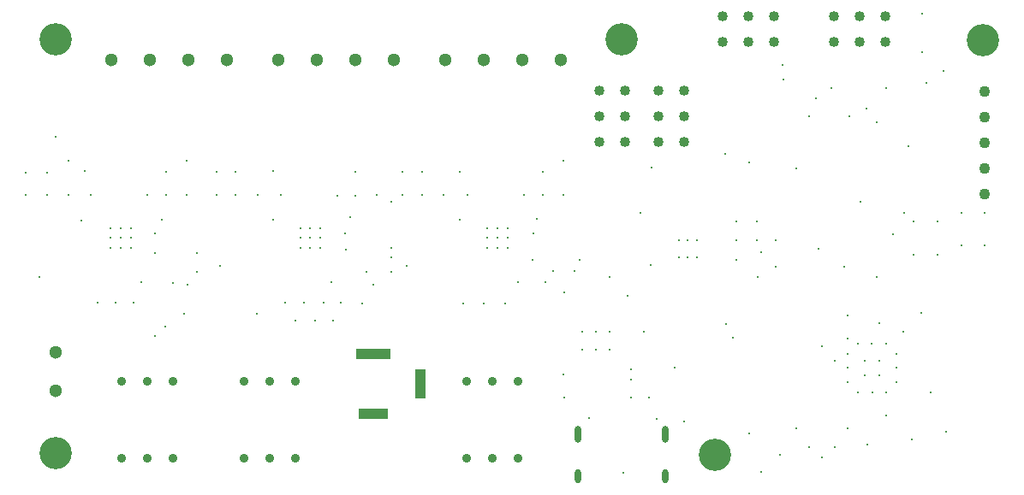
<source format=gbr>
%TF.GenerationSoftware,Altium Limited,Altium Designer,23.4.1 (23)*%
G04 Layer_Color=0*
%FSLAX26Y26*%
%MOIN*%
%TF.SameCoordinates,CA55AB83-A8E7-406C-AA52-5D1E9B100620*%
%TF.FilePolarity,Positive*%
%TF.FileFunction,Plated,1,6,PTH,Drill*%
%TF.Part,Single*%
G01*
G75*
%TA.AperFunction,ComponentDrill*%
%ADD104C,0.051181*%
%ADD105C,0.051181*%
%ADD106O,0.023622X0.055118*%
%ADD107O,0.023622X0.066929*%
%ADD108C,0.043307*%
%ADD109C,0.125984*%
%ADD110C,0.040157*%
%ADD111C,0.011811*%
%ADD112R,0.137795X0.039370*%
%ADD113R,0.118110X0.039370*%
%ADD114R,0.039370X0.118110*%
%ADD115C,0.035433*%
%ADD116C,0.040157*%
%TA.AperFunction,ViaDrill,NotFilled*%
%ADD117C,0.011811*%
D104*
X526772Y1692913D02*
D03*
X376772D02*
D03*
X676772D02*
D03*
X826772D02*
D03*
X1825984D02*
D03*
X1675984D02*
D03*
X1975984D02*
D03*
X2125984D02*
D03*
X1176378D02*
D03*
X1026378D02*
D03*
X1326378D02*
D03*
X1476378D02*
D03*
D105*
X157481Y401370D02*
D03*
Y551370D02*
D03*
D106*
X2192724Y68496D02*
D03*
X2533276D02*
D03*
D107*
X2192724Y232669D02*
D03*
X2533276D02*
D03*
D108*
X3776999Y1268543D02*
D03*
Y1368543D02*
D03*
Y1468543D02*
D03*
Y1568543D02*
D03*
Y1168543D02*
D03*
D109*
X2727001Y150000D02*
D03*
X157481Y157481D02*
D03*
X3770001Y1767001D02*
D03*
X2362205Y1771654D02*
D03*
X157481D02*
D03*
D110*
X2275000Y1370000D02*
D03*
Y1570000D02*
D03*
Y1470000D02*
D03*
X2375000Y1370000D02*
D03*
Y1470000D02*
D03*
Y1570000D02*
D03*
X2504414Y1370000D02*
D03*
Y1570000D02*
D03*
Y1470000D02*
D03*
X2604414Y1370000D02*
D03*
Y1470000D02*
D03*
Y1570000D02*
D03*
D111*
X3243394Y435000D02*
D03*
X3282764Y395630D02*
D03*
X3243394Y490118D02*
D03*
Y545237D02*
D03*
X3282764Y584607D02*
D03*
X3337882Y395630D02*
D03*
X3393000D02*
D03*
X3365441Y462559D02*
D03*
X3432370Y435000D02*
D03*
X3310323Y462559D02*
D03*
Y517678D02*
D03*
X3365441D02*
D03*
X3391819Y584607D02*
D03*
X3336424Y585243D02*
D03*
X3432370Y545237D02*
D03*
Y490118D02*
D03*
D112*
X1395000Y546221D02*
D03*
D113*
Y310000D02*
D03*
D114*
X1580039Y428110D02*
D03*
D115*
X892286Y137000D02*
D03*
Y437000D02*
D03*
X992286D02*
D03*
Y137000D02*
D03*
X1092286D02*
D03*
Y437000D02*
D03*
X414000Y137000D02*
D03*
Y437000D02*
D03*
X514000D02*
D03*
Y137000D02*
D03*
X614000D02*
D03*
Y437000D02*
D03*
X1758166Y137000D02*
D03*
Y437000D02*
D03*
X1858166D02*
D03*
Y137000D02*
D03*
X1958166D02*
D03*
Y437000D02*
D03*
D116*
X2755000Y1760000D02*
D03*
Y1860000D02*
D03*
X2955000Y1760000D02*
D03*
X2855000D02*
D03*
Y1860000D02*
D03*
X2955000D02*
D03*
X3190000Y1760000D02*
D03*
Y1860000D02*
D03*
X3390000Y1760000D02*
D03*
X3290000D02*
D03*
Y1860000D02*
D03*
X3390000D02*
D03*
D117*
X3041819Y1267398D02*
D03*
X3250000Y1470000D02*
D03*
X2370000Y80000D02*
D03*
X1910000Y743012D02*
D03*
X2066906Y826082D02*
D03*
X1746851Y743012D02*
D03*
X1396877Y815669D02*
D03*
X1352963Y743012D02*
D03*
X1917221Y957290D02*
D03*
X1877851D02*
D03*
X1838481D02*
D03*
Y996660D02*
D03*
X1877851D02*
D03*
X1917221D02*
D03*
Y1036030D02*
D03*
X1877851D02*
D03*
X1838481D02*
D03*
X450640Y957290D02*
D03*
X411270D02*
D03*
X371900D02*
D03*
Y996660D02*
D03*
X411270D02*
D03*
X450640D02*
D03*
X371900Y1036487D02*
D03*
X411270D02*
D03*
X450640D02*
D03*
X1110625Y996660D02*
D03*
X1149995D02*
D03*
X1189365D02*
D03*
X1190144Y957290D02*
D03*
X1149995D02*
D03*
X1110625D02*
D03*
X1189365Y1036487D02*
D03*
X1149995Y1036030D02*
D03*
X1110625D02*
D03*
X546325Y937487D02*
D03*
X2569312Y491063D02*
D03*
X2770000Y660000D02*
D03*
X2796367Y607638D02*
D03*
X1289586Y950149D02*
D03*
X614000Y820000D02*
D03*
X157481Y1390000D02*
D03*
X2385000Y770000D02*
D03*
X3530000Y706063D02*
D03*
X3355000Y1448079D02*
D03*
Y846438D02*
D03*
X2765000Y1323543D02*
D03*
X3315000Y1500000D02*
D03*
X3365000Y665000D02*
D03*
X3120000Y1540000D02*
D03*
X3243394Y606063D02*
D03*
X3130000Y955000D02*
D03*
X2014572Y912717D02*
D03*
X2904996Y942717D02*
D03*
X2980000Y150000D02*
D03*
X2017851Y1016345D02*
D03*
X2316438Y846438D02*
D03*
X2892894D02*
D03*
X2905000Y86575D02*
D03*
X3230000Y885000D02*
D03*
X2961823D02*
D03*
X2990000Y1670000D02*
D03*
X2961823Y986772D02*
D03*
X3180000Y1580000D02*
D03*
X3242607Y256063D02*
D03*
X3320000Y190000D02*
D03*
X3391819Y1583181D02*
D03*
Y306063D02*
D03*
X3550000Y1600000D02*
D03*
X3532087Y1870000D02*
D03*
Y1720000D02*
D03*
X3565000Y395630D02*
D03*
X3625000Y240000D02*
D03*
X3615678Y1649322D02*
D03*
X2991819Y1615000D02*
D03*
X3191819Y183181D02*
D03*
X3141819Y140000D02*
D03*
X1270050Y743405D02*
D03*
X3041819Y256063D02*
D03*
X2860000Y1290000D02*
D03*
Y235000D02*
D03*
X3091819Y1470000D02*
D03*
X3091819Y183181D02*
D03*
X1524000Y888487D02*
D03*
X2179426Y868712D02*
D03*
X2095760D02*
D03*
X1465000Y866321D02*
D03*
X1367963D02*
D03*
X709900D02*
D03*
X670577Y815669D02*
D03*
X2200000Y910000D02*
D03*
X2399843Y375000D02*
D03*
X942286Y702067D02*
D03*
X1092286Y673339D02*
D03*
X1169680D02*
D03*
X1240050D02*
D03*
X96270Y845000D02*
D03*
X657914Y702067D02*
D03*
X798969Y888487D02*
D03*
X1465000Y922487D02*
D03*
X709900Y937487D02*
D03*
X2890000Y986772D02*
D03*
Y1060000D02*
D03*
X2583997Y988701D02*
D03*
X2619414D02*
D03*
X2656999D02*
D03*
Y922487D02*
D03*
X2619414D02*
D03*
X2583997D02*
D03*
X2140000Y784744D02*
D03*
X2137158Y463843D02*
D03*
X2140000Y375000D02*
D03*
X2470030D02*
D03*
X2500000Y291128D02*
D03*
X2237016Y293842D02*
D03*
X3141819Y575000D02*
D03*
X585000Y650000D02*
D03*
X546325Y615000D02*
D03*
X3191819Y517678D02*
D03*
X546325Y1016345D02*
D03*
X3243394Y695000D02*
D03*
X1465000Y957290D02*
D03*
Y1138578D02*
D03*
X3291819Y1138579D02*
D03*
X2810000Y1062323D02*
D03*
X2477540Y1270645D02*
D03*
X2434102Y1095085D02*
D03*
X1285050Y1016345D02*
D03*
X3491819Y210000D02*
D03*
X3461579Y1094760D02*
D03*
X3459819Y630000D02*
D03*
X2449102D02*
D03*
X2476540Y890000D02*
D03*
X3776999Y1095000D02*
D03*
X3685000D02*
D03*
X3591819Y1060000D02*
D03*
X3499819D02*
D03*
X3420000Y1010984D02*
D03*
X3776999Y967992D02*
D03*
X3685000D02*
D03*
X3591819Y932992D02*
D03*
X3499819D02*
D03*
X3480000Y1353543D02*
D03*
X2810000Y912717D02*
D03*
Y988701D02*
D03*
X2400000Y445000D02*
D03*
Y485000D02*
D03*
X2605000Y280000D02*
D03*
X2210000Y560000D02*
D03*
X2262103D02*
D03*
X2315000D02*
D03*
Y630000D02*
D03*
X2262103D02*
D03*
X2210000D02*
D03*
X2137158Y1297406D02*
D03*
X2054481Y1255645D02*
D03*
X2136481Y1164203D02*
D03*
X2054481D02*
D03*
X1982851D02*
D03*
X1731851Y1255645D02*
D03*
X1584000Y1253613D02*
D03*
X1509000Y1255645D02*
D03*
X1761851Y1164203D02*
D03*
X1669457D02*
D03*
X1584000D02*
D03*
X1509000D02*
D03*
X1326625Y1255645D02*
D03*
X1003995Y1259660D02*
D03*
X858969Y1253471D02*
D03*
X783969Y1255645D02*
D03*
X669900Y1299000D02*
D03*
X587900Y1255645D02*
D03*
X1409302Y1164346D02*
D03*
X1326625Y1162172D02*
D03*
X1254995D02*
D03*
X1033995Y1164203D02*
D03*
X944426Y1164346D02*
D03*
X858969D02*
D03*
X783969D02*
D03*
X669900D02*
D03*
X587900D02*
D03*
X516270Y1165164D02*
D03*
X273000Y1259660D02*
D03*
X209900Y1299000D02*
D03*
X126270Y1253157D02*
D03*
X43001D02*
D03*
X295270Y1164346D02*
D03*
X209900Y1165164D02*
D03*
X126270D02*
D03*
X43001Y1164346D02*
D03*
X2030819Y1072323D02*
D03*
X1731851Y1068001D02*
D03*
X1306001Y1078001D02*
D03*
X1003995Y1068001D02*
D03*
X572900D02*
D03*
X259000Y1065001D02*
D03*
X1826166Y743012D02*
D03*
X1958536Y826082D02*
D03*
X1230680D02*
D03*
X1200680Y743405D02*
D03*
X1125000D02*
D03*
X1051570D02*
D03*
X320585D02*
D03*
X391585D02*
D03*
X461955D02*
D03*
X491955Y826082D02*
D03*
%TF.MD5,b3a82ce7cbba67680ec1d2a30e412f0f*%
M02*

</source>
